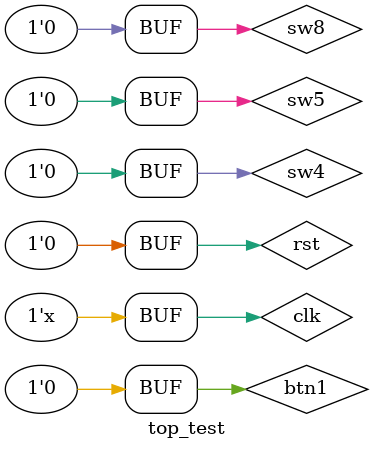
<source format=v>
`timescale 1ns / 1ps


module top_test;

	// Inputs
	reg rst;
	reg clk;
	reg btn1;
	reg sw4;
	reg sw5;
	reg sw8;

	// Outputs
	wire rts;
	wire txd;

	// Instantiate the Unit Under Test (UUT)
	top uut (
		.rst(rst), 
		.clk(clk), 
		.btn1(btn1), 
		.sw4(sw4), 
		.sw5(sw5), 
		.sw8(sw8), 
		.rts(rts), 
		.txd(txd)
	);

	initial begin
		// Initialize Inputs
		rst = 1;
		clk = 0;
		btn1 = 0;
		sw4 = 0;
		sw5 = 0;
		sw8 = 0;

		// Wait 100 ns for global reset to finish
		#20;
		rst = 0;
		#20;
		
		//A button click
		btn1=1;
		#20;
		btn1=0;
        
		// Add stimulus here

	end
	
	always #1 
		clk <= ~clk;
      
endmodule


</source>
